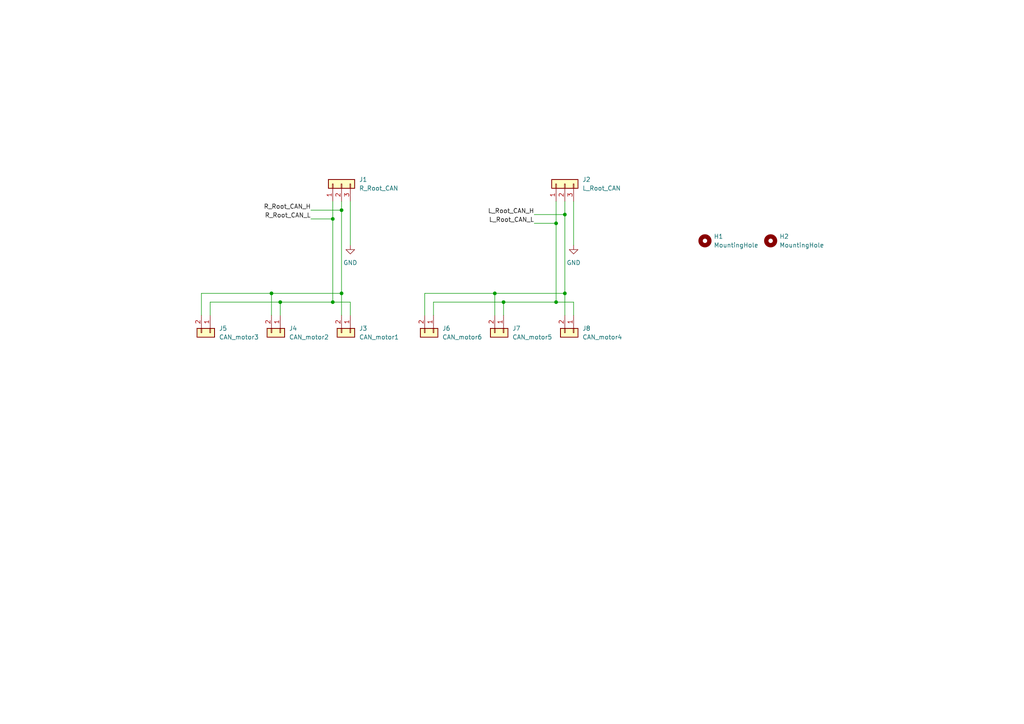
<source format=kicad_sch>
(kicad_sch (version 20250114) (generator "eeschema") (generator_version "9.0")
  (paper "A4")
  (lib_symbols
    (symbol "Connector_Generic:Conn_01x02" (pin_names (offset 1.016) (hide yes))
      (property "Reference" "J" (at 0 2.54 0))
      (property "Value" "Conn_01x02" (at 0 -5.08 0))
      (symbol "Conn_01x02_1_1"
        (rectangle (start -1.27 1.27) (end 1.27 -3.81) (stroke (width 0.254)) (fill (type background)))
        (rectangle (start -1.27 0.127) (end 0 -0.127) (stroke (width 0.1524)))
        (rectangle (start -1.27 -2.413) (end 0 -2.667) (stroke (width 0.1524)))
        (pin passive line (at -5.08 0 0) (length 3.81) (name "Pin_1") (number "1"))
        (pin passive line (at -5.08 -2.54 0) (length 3.81) (name "Pin_2") (number "2"))
      )
    )
    (symbol "Connector_Generic:Conn_01x03" (pin_names (offset 1.016) (hide yes))
      (property "Reference" "J" (at 0 5.08 0))
      (property "Value" "Conn_01x03" (at 0 -5.08 0))
      (symbol "Conn_01x03_1_1"
        (rectangle (start -1.27 3.81) (end 1.27 -3.81) (stroke (width 0.254)) (fill (type background)))
        (rectangle (start -1.27 2.667) (end 0 2.413) (stroke (width 0.1524)))
        (rectangle (start -1.27 0.127) (end 0 -0.127) (stroke (width 0.1524)))
        (rectangle (start -1.27 -2.413) (end 0 -2.667) (stroke (width 0.1524)))
        (pin passive line (at -5.08 2.54 0) (length 3.81) (name "Pin_1") (number "1"))
        (pin passive line (at -5.08 0 0) (length 3.81) (name "Pin_2") (number "2"))
        (pin passive line (at -5.08 -2.54 0) (length 3.81) (name "Pin_3") (number "3"))
      )
    )
    (symbol "Mechanical:MountingHole" (pin_names (offset 1.016))
      (property "Reference" "H" (at 0 5.08 0))
      (property "Value" "MountingHole" (at 0 3.175 0))
      (symbol "MountingHole_0_1"
        (circle (center 0 0) (radius 1.27) (stroke (width 1.27)))
      )
    )
    (symbol "power:GND" (power) (pin_names (offset 0))
      (property "Value" "GND" (at 0 -3.81 0))
      (symbol "GND_0_1"
        (polyline (pts (xy 0 0) (xy 0 -1.27) (xy 1.27 -1.27) (xy 0 -2.54) (xy -1.27 -1.27) (xy 0 -1.27)))
      )
      (symbol "GND_1_1"
        (pin power_in line (at 0 0 270) (length 0) (hide yes) (name "GND") (number "1"))
      )
    )
  )
  (junction (at 163.83 85.09))
  (junction (at 146.05 87.63))
  (junction (at 81.28 87.63))
  (junction (at 161.29 87.63))
  (junction (at 143.51 85.09))
  (junction (at 161.29 64.77))
  (junction (at 96.52 63.5))
  (junction (at 96.52 87.63))
  (junction (at 99.06 85.09))
  (junction (at 78.74 85.09))
  (junction (at 163.83 62.23))
  (junction (at 99.06 60.96))
  (wire (pts (xy 143.51 85.09) (xy 163.83 85.09)))
  (wire (pts (xy 146.05 87.63) (xy 161.29 87.63)))
  (wire (pts (xy 96.52 63.5) (xy 96.52 87.63)))
  (wire (pts (xy 60.96 87.63) (xy 81.28 87.63)))
  (wire (pts (xy 163.83 58.42) (xy 163.83 62.23)))
  (wire (pts (xy 125.73 87.63) (xy 146.05 87.63)))
  (wire (pts (xy 163.83 62.23) (xy 163.83 85.09)))
  (wire (pts (xy 163.83 85.09) (xy 163.83 91.44)))
  (wire (pts (xy 166.37 58.42) (xy 166.37 71.12)))
  (wire (pts (xy 101.6 91.44) (xy 101.6 87.63)))
  (wire (pts (xy 143.51 91.44) (xy 143.51 85.09)))
  (wire (pts (xy 161.29 58.42) (xy 161.29 64.77)))
  (wire (pts (xy 60.96 91.44) (xy 60.96 87.63)))
  (wire (pts (xy 99.06 85.09) (xy 99.06 91.44)))
  (wire (pts (xy 154.94 64.77) (xy 161.29 64.77)))
  (wire (pts (xy 163.83 62.23) (xy 154.94 62.23)))
  (wire (pts (xy 166.37 87.63) (xy 166.37 91.44)))
  (wire (pts (xy 99.06 60.96) (xy 99.06 85.09)))
  (wire (pts (xy 58.42 85.09) (xy 78.74 85.09)))
  (wire (pts (xy 161.29 64.77) (xy 161.29 87.63)))
  (wire (pts (xy 161.29 87.63) (xy 166.37 87.63)))
  (wire (pts (xy 58.42 91.44) (xy 58.42 85.09)))
  (wire (pts (xy 146.05 91.44) (xy 146.05 87.63)))
  (wire (pts (xy 101.6 58.42) (xy 101.6 71.12)))
  (wire (pts (xy 96.52 58.42) (xy 96.52 63.5)))
  (wire (pts (xy 90.17 63.5) (xy 96.52 63.5)))
  (wire (pts (xy 123.19 85.09) (xy 143.51 85.09)))
  (wire (pts (xy 81.28 87.63) (xy 96.52 87.63)))
  (wire (pts (xy 123.19 91.44) (xy 123.19 85.09)))
  (wire (pts (xy 96.52 87.63) (xy 101.6 87.63)))
  (wire (pts (xy 99.06 58.42) (xy 99.06 60.96)))
  (wire (pts (xy 78.74 85.09) (xy 99.06 85.09)))
  (wire (pts (xy 81.28 91.44) (xy 81.28 87.63)))
  (wire (pts (xy 125.73 91.44) (xy 125.73 87.63)))
  (wire (pts (xy 90.17 60.96) (xy 99.06 60.96)))
  (wire (pts (xy 78.74 91.44) (xy 78.74 85.09)))
  (label "R_Root_CAN_L" (at 90.17 63.5 180))
  (label "L_Root_CAN_L" (at 154.94 64.77 180))
  (label "L_Root_CAN_H" (at 154.94 62.23 180))
  (label "R_Root_CAN_H" (at 90.17 60.96 180))
  (symbol (lib_id "power:GND") (at 166.37 71.12 0) (unit 1)
    (property "Reference" "#PWR02" (effects (hide yes)))
    (property "Value" "GND" (at 166.37 76.2 0))
  )
  (symbol (lib_id "power:GND") (at 101.6 71.12 0) (unit 1)
    (property "Reference" "#PWR01" (effects (hide yes)))
    (property "Value" "GND" (at 101.6 76.2 0))
  )
  (symbol (lib_id "Connector_Generic:Conn_01x02") (at 60.96 96.52 270) (unit 1)
    (property "Reference" "J5" (at 63.5 95.25 90) (effects (justify left)))
    (property "Value" "CAN_motor3" (at 63.5 97.79 90) (effects (justify left)))
    (property "Footprint" "Connector_JST:JST_XA_S02B-XASK-1_1x02_P2.50mm_Horizontal" (effects (hide yes)))
  )
  (symbol (lib_id "Connector_Generic:Conn_01x02") (at 125.73 96.52 270) (unit 1)
    (property "Reference" "J6" (at 128.27 95.25 90) (effects (justify left)))
    (property "Value" "CAN_motor6" (at 128.27 97.79 90) (effects (justify left)))
    (property "Footprint" "Connector_JST:JST_XA_S02B-XASK-1_1x02_P2.50mm_Horizontal" (effects (hide yes)))
  )
  (symbol (lib_id "Mechanical:MountingHole") (at 204.47 69.85 0) (unit 1)
    (property "Reference" "H1" (at 207.01 68.58 0) (effects (justify left)))
    (property "Value" "MountingHole" (at 207.01 71.12 0) (effects (justify left)))
    (property "Footprint" "MountingHole:MountingHole_3.2mm_M3" (effects (hide yes)))
  )
  (symbol (lib_id "Connector_Generic:Conn_01x02") (at 81.28 96.52 270) (unit 1)
    (property "Reference" "J4" (at 83.82 95.25 90) (effects (justify left)))
    (property "Value" "CAN_motor2" (at 83.82 97.79 90) (effects (justify left)))
    (property "Footprint" "Connector_JST:JST_XA_S02B-XASK-1_1x02_P2.50mm_Horizontal" (effects (hide yes)))
  )
  (symbol (lib_id "Connector_Generic:Conn_01x02") (at 101.6 96.52 270) (unit 1)
    (property "Reference" "J3" (at 104.14 95.25 90) (effects (justify left)))
    (property "Value" "CAN_motor1" (at 104.14 97.79 90) (effects (justify left)))
    (property "Footprint" "Connector_JST:JST_XA_S02B-XASK-1_1x02_P2.50mm_Horizontal" (effects (hide yes)))
  )
  (symbol (lib_id "Connector_Generic:Conn_01x03") (at 163.83 53.34 90) (unit 1)
    (property "Reference" "J2" (at 168.91 52.07 90) (effects (justify right)))
    (property "Value" "L_Root_CAN" (at 168.91 54.61 90) (effects (justify right)))
    (property "Footprint" "Connector_JST:JST_XA_S03B-XASK-1_1x03_P2.50mm_Horizontal" (effects (hide yes)))
  )
  (symbol (lib_id "Connector_Generic:Conn_01x02") (at 146.05 96.52 270) (unit 1)
    (property "Reference" "J7" (at 148.59 95.25 90) (effects (justify left)))
    (property "Value" "CAN_motor5" (at 148.59 97.79 90) (effects (justify left)))
    (property "Footprint" "Connector_JST:JST_XA_S02B-XASK-1_1x02_P2.50mm_Horizontal" (effects (hide yes)))
  )
  (symbol (lib_id "Mechanical:MountingHole") (at 223.52 69.85 0) (unit 1)
    (property "Reference" "H2" (at 226.06 68.58 0) (effects (justify left)))
    (property "Value" "MountingHole" (at 226.06 71.12 0) (effects (justify left)))
    (property "Footprint" "MountingHole:MountingHole_3.2mm_M3" (effects (hide yes)))
  )
  (symbol (lib_id "Connector_Generic:Conn_01x02") (at 166.37 96.52 270) (unit 1)
    (property "Reference" "J8" (at 168.91 95.25 90) (effects (justify left)))
    (property "Value" "CAN_motor4" (at 168.91 97.79 90) (effects (justify left)))
    (property "Footprint" "Connector_JST:JST_XA_S02B-XASK-1_1x02_P2.50mm_Horizontal" (effects (hide yes)))
  )
  (symbol (lib_id "Connector_Generic:Conn_01x03") (at 99.06 53.34 90) (unit 1)
    (property "Reference" "J1" (at 104.14 52.07 90) (effects (justify right)))
    (property "Value" "R_Root_CAN" (at 104.14 54.61 90) (effects (justify right)))
    (property "Footprint" "Connector_JST:JST_XA_S03B-XASK-1_1x03_P2.50mm_Horizontal" (effects (hide yes)))
  )
)
</source>
